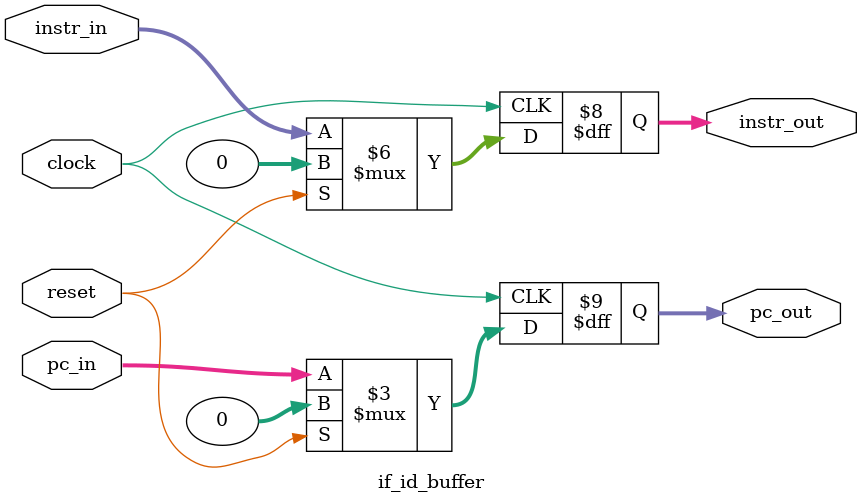
<source format=sv>
`timescale 1ns / 1ps

module if_id_buffer (
    input  logic        clock,
    input  logic        reset,

    // IF stage inputs
    input  logic [31:0] instr_in,
    input  logic [31:0] pc_in, // program counter of next addr 4 bits over

    // ID stage outputs
    output logic [31:0] instr_out,
    output logic [31:0] pc_out // program counter of next addr 4 bits over
);

    // update on neg edge for pipelines
    always @(negedge clock) begin
        // set 0 on reset
        if (reset) begin
            instr_out  <= 32'd0;
            pc_out  <= 32'd0;
        // input vals
        end else begin
            instr_out  <= instr_in;
            pc_out  <= pc_in;
        end
    end

endmodule


</source>
